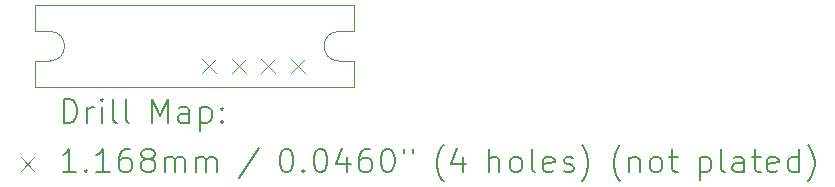
<source format=gbr>
%TF.GenerationSoftware,KiCad,Pcbnew,(7.0.0)*%
%TF.CreationDate,2023-03-31T08:50:08-07:00*%
%TF.ProjectId,bracket-led,62726163-6b65-4742-9d6c-65642e6b6963,rev?*%
%TF.SameCoordinates,Original*%
%TF.FileFunction,Drillmap*%
%TF.FilePolarity,Positive*%
%FSLAX45Y45*%
G04 Gerber Fmt 4.5, Leading zero omitted, Abs format (unit mm)*
G04 Created by KiCad (PCBNEW (7.0.0)) date 2023-03-31 08:50:08*
%MOMM*%
%LPD*%
G01*
G04 APERTURE LIST*
%ADD10C,0.100000*%
%ADD11C,0.200000*%
%ADD12C,0.116840*%
G04 APERTURE END LIST*
D10*
X5850000Y-5223476D02*
X5850000Y-5448476D01*
X5723125Y-4973476D02*
G75*
G03*
X5723125Y-5223476I0J-125000D01*
G01*
X5723125Y-5223476D02*
X5850000Y-5223476D01*
X5850000Y-5448476D02*
X3150000Y-5448476D01*
X3150000Y-4748476D02*
X3150000Y-4973476D01*
X3275000Y-5223476D02*
G75*
G03*
X3275000Y-4973476I0J125000D01*
G01*
X3150000Y-4748476D02*
X5850000Y-4748476D01*
X5850000Y-4748476D02*
X5850000Y-4973476D01*
X5723125Y-4973476D02*
X5850000Y-4973476D01*
X3275000Y-5223476D02*
X3150000Y-5223476D01*
X3150000Y-5448476D02*
X3150000Y-5223476D01*
X3275000Y-4973476D02*
X3150000Y-4973476D01*
D11*
D12*
X4564580Y-5210756D02*
X4681420Y-5327596D01*
X4681420Y-5210756D02*
X4564580Y-5327596D01*
X4818580Y-5210756D02*
X4935420Y-5327596D01*
X4935420Y-5210756D02*
X4818580Y-5327596D01*
X5064580Y-5210756D02*
X5181420Y-5327596D01*
X5181420Y-5210756D02*
X5064580Y-5327596D01*
X5318580Y-5210756D02*
X5435420Y-5327596D01*
X5435420Y-5210756D02*
X5318580Y-5327596D01*
D11*
X3392619Y-5746952D02*
X3392619Y-5546952D01*
X3392619Y-5546952D02*
X3440238Y-5546952D01*
X3440238Y-5546952D02*
X3468809Y-5556476D01*
X3468809Y-5556476D02*
X3487857Y-5575524D01*
X3487857Y-5575524D02*
X3497381Y-5594571D01*
X3497381Y-5594571D02*
X3506905Y-5632666D01*
X3506905Y-5632666D02*
X3506905Y-5661238D01*
X3506905Y-5661238D02*
X3497381Y-5699333D01*
X3497381Y-5699333D02*
X3487857Y-5718381D01*
X3487857Y-5718381D02*
X3468809Y-5737428D01*
X3468809Y-5737428D02*
X3440238Y-5746952D01*
X3440238Y-5746952D02*
X3392619Y-5746952D01*
X3592619Y-5746952D02*
X3592619Y-5613619D01*
X3592619Y-5651714D02*
X3602143Y-5632666D01*
X3602143Y-5632666D02*
X3611667Y-5623143D01*
X3611667Y-5623143D02*
X3630714Y-5613619D01*
X3630714Y-5613619D02*
X3649762Y-5613619D01*
X3716428Y-5746952D02*
X3716428Y-5613619D01*
X3716428Y-5546952D02*
X3706905Y-5556476D01*
X3706905Y-5556476D02*
X3716428Y-5566000D01*
X3716428Y-5566000D02*
X3725952Y-5556476D01*
X3725952Y-5556476D02*
X3716428Y-5546952D01*
X3716428Y-5546952D02*
X3716428Y-5566000D01*
X3840238Y-5746952D02*
X3821190Y-5737428D01*
X3821190Y-5737428D02*
X3811667Y-5718381D01*
X3811667Y-5718381D02*
X3811667Y-5546952D01*
X3945000Y-5746952D02*
X3925952Y-5737428D01*
X3925952Y-5737428D02*
X3916428Y-5718381D01*
X3916428Y-5718381D02*
X3916428Y-5546952D01*
X4141190Y-5746952D02*
X4141190Y-5546952D01*
X4141190Y-5546952D02*
X4207857Y-5689809D01*
X4207857Y-5689809D02*
X4274524Y-5546952D01*
X4274524Y-5546952D02*
X4274524Y-5746952D01*
X4455476Y-5746952D02*
X4455476Y-5642190D01*
X4455476Y-5642190D02*
X4445952Y-5623143D01*
X4445952Y-5623143D02*
X4426905Y-5613619D01*
X4426905Y-5613619D02*
X4388809Y-5613619D01*
X4388809Y-5613619D02*
X4369762Y-5623143D01*
X4455476Y-5737428D02*
X4436429Y-5746952D01*
X4436429Y-5746952D02*
X4388809Y-5746952D01*
X4388809Y-5746952D02*
X4369762Y-5737428D01*
X4369762Y-5737428D02*
X4360238Y-5718381D01*
X4360238Y-5718381D02*
X4360238Y-5699333D01*
X4360238Y-5699333D02*
X4369762Y-5680285D01*
X4369762Y-5680285D02*
X4388809Y-5670762D01*
X4388809Y-5670762D02*
X4436429Y-5670762D01*
X4436429Y-5670762D02*
X4455476Y-5661238D01*
X4550714Y-5613619D02*
X4550714Y-5813619D01*
X4550714Y-5623143D02*
X4569762Y-5613619D01*
X4569762Y-5613619D02*
X4607857Y-5613619D01*
X4607857Y-5613619D02*
X4626905Y-5623143D01*
X4626905Y-5623143D02*
X4636429Y-5632666D01*
X4636429Y-5632666D02*
X4645952Y-5651714D01*
X4645952Y-5651714D02*
X4645952Y-5708857D01*
X4645952Y-5708857D02*
X4636429Y-5727904D01*
X4636429Y-5727904D02*
X4626905Y-5737428D01*
X4626905Y-5737428D02*
X4607857Y-5746952D01*
X4607857Y-5746952D02*
X4569762Y-5746952D01*
X4569762Y-5746952D02*
X4550714Y-5737428D01*
X4731667Y-5727904D02*
X4741190Y-5737428D01*
X4741190Y-5737428D02*
X4731667Y-5746952D01*
X4731667Y-5746952D02*
X4722143Y-5737428D01*
X4722143Y-5737428D02*
X4731667Y-5727904D01*
X4731667Y-5727904D02*
X4731667Y-5746952D01*
X4731667Y-5623143D02*
X4741190Y-5632666D01*
X4741190Y-5632666D02*
X4731667Y-5642190D01*
X4731667Y-5642190D02*
X4722143Y-5632666D01*
X4722143Y-5632666D02*
X4731667Y-5623143D01*
X4731667Y-5623143D02*
X4731667Y-5642190D01*
D12*
X3028160Y-6035056D02*
X3145000Y-6151896D01*
X3145000Y-6035056D02*
X3028160Y-6151896D01*
D11*
X3497381Y-6166952D02*
X3383095Y-6166952D01*
X3440238Y-6166952D02*
X3440238Y-5966952D01*
X3440238Y-5966952D02*
X3421190Y-5995524D01*
X3421190Y-5995524D02*
X3402143Y-6014571D01*
X3402143Y-6014571D02*
X3383095Y-6024095D01*
X3583095Y-6147904D02*
X3592619Y-6157428D01*
X3592619Y-6157428D02*
X3583095Y-6166952D01*
X3583095Y-6166952D02*
X3573571Y-6157428D01*
X3573571Y-6157428D02*
X3583095Y-6147904D01*
X3583095Y-6147904D02*
X3583095Y-6166952D01*
X3783095Y-6166952D02*
X3668809Y-6166952D01*
X3725952Y-6166952D02*
X3725952Y-5966952D01*
X3725952Y-5966952D02*
X3706905Y-5995524D01*
X3706905Y-5995524D02*
X3687857Y-6014571D01*
X3687857Y-6014571D02*
X3668809Y-6024095D01*
X3954524Y-5966952D02*
X3916428Y-5966952D01*
X3916428Y-5966952D02*
X3897381Y-5976476D01*
X3897381Y-5976476D02*
X3887857Y-5986000D01*
X3887857Y-5986000D02*
X3868809Y-6014571D01*
X3868809Y-6014571D02*
X3859286Y-6052666D01*
X3859286Y-6052666D02*
X3859286Y-6128857D01*
X3859286Y-6128857D02*
X3868809Y-6147904D01*
X3868809Y-6147904D02*
X3878333Y-6157428D01*
X3878333Y-6157428D02*
X3897381Y-6166952D01*
X3897381Y-6166952D02*
X3935476Y-6166952D01*
X3935476Y-6166952D02*
X3954524Y-6157428D01*
X3954524Y-6157428D02*
X3964048Y-6147904D01*
X3964048Y-6147904D02*
X3973571Y-6128857D01*
X3973571Y-6128857D02*
X3973571Y-6081238D01*
X3973571Y-6081238D02*
X3964048Y-6062190D01*
X3964048Y-6062190D02*
X3954524Y-6052666D01*
X3954524Y-6052666D02*
X3935476Y-6043143D01*
X3935476Y-6043143D02*
X3897381Y-6043143D01*
X3897381Y-6043143D02*
X3878333Y-6052666D01*
X3878333Y-6052666D02*
X3868809Y-6062190D01*
X3868809Y-6062190D02*
X3859286Y-6081238D01*
X4087857Y-6052666D02*
X4068809Y-6043143D01*
X4068809Y-6043143D02*
X4059286Y-6033619D01*
X4059286Y-6033619D02*
X4049762Y-6014571D01*
X4049762Y-6014571D02*
X4049762Y-6005047D01*
X4049762Y-6005047D02*
X4059286Y-5986000D01*
X4059286Y-5986000D02*
X4068809Y-5976476D01*
X4068809Y-5976476D02*
X4087857Y-5966952D01*
X4087857Y-5966952D02*
X4125952Y-5966952D01*
X4125952Y-5966952D02*
X4145000Y-5976476D01*
X4145000Y-5976476D02*
X4154524Y-5986000D01*
X4154524Y-5986000D02*
X4164048Y-6005047D01*
X4164048Y-6005047D02*
X4164048Y-6014571D01*
X4164048Y-6014571D02*
X4154524Y-6033619D01*
X4154524Y-6033619D02*
X4145000Y-6043143D01*
X4145000Y-6043143D02*
X4125952Y-6052666D01*
X4125952Y-6052666D02*
X4087857Y-6052666D01*
X4087857Y-6052666D02*
X4068809Y-6062190D01*
X4068809Y-6062190D02*
X4059286Y-6071714D01*
X4059286Y-6071714D02*
X4049762Y-6090762D01*
X4049762Y-6090762D02*
X4049762Y-6128857D01*
X4049762Y-6128857D02*
X4059286Y-6147904D01*
X4059286Y-6147904D02*
X4068809Y-6157428D01*
X4068809Y-6157428D02*
X4087857Y-6166952D01*
X4087857Y-6166952D02*
X4125952Y-6166952D01*
X4125952Y-6166952D02*
X4145000Y-6157428D01*
X4145000Y-6157428D02*
X4154524Y-6147904D01*
X4154524Y-6147904D02*
X4164048Y-6128857D01*
X4164048Y-6128857D02*
X4164048Y-6090762D01*
X4164048Y-6090762D02*
X4154524Y-6071714D01*
X4154524Y-6071714D02*
X4145000Y-6062190D01*
X4145000Y-6062190D02*
X4125952Y-6052666D01*
X4249762Y-6166952D02*
X4249762Y-6033619D01*
X4249762Y-6052666D02*
X4259286Y-6043143D01*
X4259286Y-6043143D02*
X4278333Y-6033619D01*
X4278333Y-6033619D02*
X4306905Y-6033619D01*
X4306905Y-6033619D02*
X4325952Y-6043143D01*
X4325952Y-6043143D02*
X4335476Y-6062190D01*
X4335476Y-6062190D02*
X4335476Y-6166952D01*
X4335476Y-6062190D02*
X4345000Y-6043143D01*
X4345000Y-6043143D02*
X4364048Y-6033619D01*
X4364048Y-6033619D02*
X4392619Y-6033619D01*
X4392619Y-6033619D02*
X4411667Y-6043143D01*
X4411667Y-6043143D02*
X4421191Y-6062190D01*
X4421191Y-6062190D02*
X4421191Y-6166952D01*
X4516429Y-6166952D02*
X4516429Y-6033619D01*
X4516429Y-6052666D02*
X4525952Y-6043143D01*
X4525952Y-6043143D02*
X4545000Y-6033619D01*
X4545000Y-6033619D02*
X4573572Y-6033619D01*
X4573572Y-6033619D02*
X4592619Y-6043143D01*
X4592619Y-6043143D02*
X4602143Y-6062190D01*
X4602143Y-6062190D02*
X4602143Y-6166952D01*
X4602143Y-6062190D02*
X4611667Y-6043143D01*
X4611667Y-6043143D02*
X4630714Y-6033619D01*
X4630714Y-6033619D02*
X4659286Y-6033619D01*
X4659286Y-6033619D02*
X4678333Y-6043143D01*
X4678333Y-6043143D02*
X4687857Y-6062190D01*
X4687857Y-6062190D02*
X4687857Y-6166952D01*
X5045952Y-5957428D02*
X4874524Y-6214571D01*
X5270714Y-5966952D02*
X5289762Y-5966952D01*
X5289762Y-5966952D02*
X5308810Y-5976476D01*
X5308810Y-5976476D02*
X5318333Y-5986000D01*
X5318333Y-5986000D02*
X5327857Y-6005047D01*
X5327857Y-6005047D02*
X5337381Y-6043143D01*
X5337381Y-6043143D02*
X5337381Y-6090762D01*
X5337381Y-6090762D02*
X5327857Y-6128857D01*
X5327857Y-6128857D02*
X5318333Y-6147904D01*
X5318333Y-6147904D02*
X5308810Y-6157428D01*
X5308810Y-6157428D02*
X5289762Y-6166952D01*
X5289762Y-6166952D02*
X5270714Y-6166952D01*
X5270714Y-6166952D02*
X5251667Y-6157428D01*
X5251667Y-6157428D02*
X5242143Y-6147904D01*
X5242143Y-6147904D02*
X5232619Y-6128857D01*
X5232619Y-6128857D02*
X5223095Y-6090762D01*
X5223095Y-6090762D02*
X5223095Y-6043143D01*
X5223095Y-6043143D02*
X5232619Y-6005047D01*
X5232619Y-6005047D02*
X5242143Y-5986000D01*
X5242143Y-5986000D02*
X5251667Y-5976476D01*
X5251667Y-5976476D02*
X5270714Y-5966952D01*
X5423095Y-6147904D02*
X5432619Y-6157428D01*
X5432619Y-6157428D02*
X5423095Y-6166952D01*
X5423095Y-6166952D02*
X5413572Y-6157428D01*
X5413572Y-6157428D02*
X5423095Y-6147904D01*
X5423095Y-6147904D02*
X5423095Y-6166952D01*
X5556429Y-5966952D02*
X5575476Y-5966952D01*
X5575476Y-5966952D02*
X5594524Y-5976476D01*
X5594524Y-5976476D02*
X5604048Y-5986000D01*
X5604048Y-5986000D02*
X5613571Y-6005047D01*
X5613571Y-6005047D02*
X5623095Y-6043143D01*
X5623095Y-6043143D02*
X5623095Y-6090762D01*
X5623095Y-6090762D02*
X5613571Y-6128857D01*
X5613571Y-6128857D02*
X5604048Y-6147904D01*
X5604048Y-6147904D02*
X5594524Y-6157428D01*
X5594524Y-6157428D02*
X5575476Y-6166952D01*
X5575476Y-6166952D02*
X5556429Y-6166952D01*
X5556429Y-6166952D02*
X5537381Y-6157428D01*
X5537381Y-6157428D02*
X5527857Y-6147904D01*
X5527857Y-6147904D02*
X5518333Y-6128857D01*
X5518333Y-6128857D02*
X5508810Y-6090762D01*
X5508810Y-6090762D02*
X5508810Y-6043143D01*
X5508810Y-6043143D02*
X5518333Y-6005047D01*
X5518333Y-6005047D02*
X5527857Y-5986000D01*
X5527857Y-5986000D02*
X5537381Y-5976476D01*
X5537381Y-5976476D02*
X5556429Y-5966952D01*
X5794524Y-6033619D02*
X5794524Y-6166952D01*
X5746905Y-5957428D02*
X5699286Y-6100285D01*
X5699286Y-6100285D02*
X5823095Y-6100285D01*
X5985000Y-5966952D02*
X5946905Y-5966952D01*
X5946905Y-5966952D02*
X5927857Y-5976476D01*
X5927857Y-5976476D02*
X5918333Y-5986000D01*
X5918333Y-5986000D02*
X5899286Y-6014571D01*
X5899286Y-6014571D02*
X5889762Y-6052666D01*
X5889762Y-6052666D02*
X5889762Y-6128857D01*
X5889762Y-6128857D02*
X5899286Y-6147904D01*
X5899286Y-6147904D02*
X5908810Y-6157428D01*
X5908810Y-6157428D02*
X5927857Y-6166952D01*
X5927857Y-6166952D02*
X5965952Y-6166952D01*
X5965952Y-6166952D02*
X5985000Y-6157428D01*
X5985000Y-6157428D02*
X5994524Y-6147904D01*
X5994524Y-6147904D02*
X6004048Y-6128857D01*
X6004048Y-6128857D02*
X6004048Y-6081238D01*
X6004048Y-6081238D02*
X5994524Y-6062190D01*
X5994524Y-6062190D02*
X5985000Y-6052666D01*
X5985000Y-6052666D02*
X5965952Y-6043143D01*
X5965952Y-6043143D02*
X5927857Y-6043143D01*
X5927857Y-6043143D02*
X5908810Y-6052666D01*
X5908810Y-6052666D02*
X5899286Y-6062190D01*
X5899286Y-6062190D02*
X5889762Y-6081238D01*
X6127857Y-5966952D02*
X6146905Y-5966952D01*
X6146905Y-5966952D02*
X6165952Y-5976476D01*
X6165952Y-5976476D02*
X6175476Y-5986000D01*
X6175476Y-5986000D02*
X6185000Y-6005047D01*
X6185000Y-6005047D02*
X6194524Y-6043143D01*
X6194524Y-6043143D02*
X6194524Y-6090762D01*
X6194524Y-6090762D02*
X6185000Y-6128857D01*
X6185000Y-6128857D02*
X6175476Y-6147904D01*
X6175476Y-6147904D02*
X6165952Y-6157428D01*
X6165952Y-6157428D02*
X6146905Y-6166952D01*
X6146905Y-6166952D02*
X6127857Y-6166952D01*
X6127857Y-6166952D02*
X6108810Y-6157428D01*
X6108810Y-6157428D02*
X6099286Y-6147904D01*
X6099286Y-6147904D02*
X6089762Y-6128857D01*
X6089762Y-6128857D02*
X6080238Y-6090762D01*
X6080238Y-6090762D02*
X6080238Y-6043143D01*
X6080238Y-6043143D02*
X6089762Y-6005047D01*
X6089762Y-6005047D02*
X6099286Y-5986000D01*
X6099286Y-5986000D02*
X6108810Y-5976476D01*
X6108810Y-5976476D02*
X6127857Y-5966952D01*
X6270714Y-5966952D02*
X6270714Y-6005047D01*
X6346905Y-5966952D02*
X6346905Y-6005047D01*
X6609762Y-6243143D02*
X6600238Y-6233619D01*
X6600238Y-6233619D02*
X6581191Y-6205047D01*
X6581191Y-6205047D02*
X6571667Y-6186000D01*
X6571667Y-6186000D02*
X6562143Y-6157428D01*
X6562143Y-6157428D02*
X6552619Y-6109809D01*
X6552619Y-6109809D02*
X6552619Y-6071714D01*
X6552619Y-6071714D02*
X6562143Y-6024095D01*
X6562143Y-6024095D02*
X6571667Y-5995524D01*
X6571667Y-5995524D02*
X6581191Y-5976476D01*
X6581191Y-5976476D02*
X6600238Y-5947904D01*
X6600238Y-5947904D02*
X6609762Y-5938381D01*
X6771667Y-6033619D02*
X6771667Y-6166952D01*
X6724048Y-5957428D02*
X6676429Y-6100285D01*
X6676429Y-6100285D02*
X6800238Y-6100285D01*
X6996429Y-6166952D02*
X6996429Y-5966952D01*
X7082143Y-6166952D02*
X7082143Y-6062190D01*
X7082143Y-6062190D02*
X7072619Y-6043143D01*
X7072619Y-6043143D02*
X7053572Y-6033619D01*
X7053572Y-6033619D02*
X7025000Y-6033619D01*
X7025000Y-6033619D02*
X7005952Y-6043143D01*
X7005952Y-6043143D02*
X6996429Y-6052666D01*
X7205952Y-6166952D02*
X7186905Y-6157428D01*
X7186905Y-6157428D02*
X7177381Y-6147904D01*
X7177381Y-6147904D02*
X7167857Y-6128857D01*
X7167857Y-6128857D02*
X7167857Y-6071714D01*
X7167857Y-6071714D02*
X7177381Y-6052666D01*
X7177381Y-6052666D02*
X7186905Y-6043143D01*
X7186905Y-6043143D02*
X7205952Y-6033619D01*
X7205952Y-6033619D02*
X7234524Y-6033619D01*
X7234524Y-6033619D02*
X7253572Y-6043143D01*
X7253572Y-6043143D02*
X7263095Y-6052666D01*
X7263095Y-6052666D02*
X7272619Y-6071714D01*
X7272619Y-6071714D02*
X7272619Y-6128857D01*
X7272619Y-6128857D02*
X7263095Y-6147904D01*
X7263095Y-6147904D02*
X7253572Y-6157428D01*
X7253572Y-6157428D02*
X7234524Y-6166952D01*
X7234524Y-6166952D02*
X7205952Y-6166952D01*
X7386905Y-6166952D02*
X7367857Y-6157428D01*
X7367857Y-6157428D02*
X7358333Y-6138381D01*
X7358333Y-6138381D02*
X7358333Y-5966952D01*
X7539286Y-6157428D02*
X7520238Y-6166952D01*
X7520238Y-6166952D02*
X7482143Y-6166952D01*
X7482143Y-6166952D02*
X7463095Y-6157428D01*
X7463095Y-6157428D02*
X7453572Y-6138381D01*
X7453572Y-6138381D02*
X7453572Y-6062190D01*
X7453572Y-6062190D02*
X7463095Y-6043143D01*
X7463095Y-6043143D02*
X7482143Y-6033619D01*
X7482143Y-6033619D02*
X7520238Y-6033619D01*
X7520238Y-6033619D02*
X7539286Y-6043143D01*
X7539286Y-6043143D02*
X7548810Y-6062190D01*
X7548810Y-6062190D02*
X7548810Y-6081238D01*
X7548810Y-6081238D02*
X7453572Y-6100285D01*
X7625000Y-6157428D02*
X7644048Y-6166952D01*
X7644048Y-6166952D02*
X7682143Y-6166952D01*
X7682143Y-6166952D02*
X7701191Y-6157428D01*
X7701191Y-6157428D02*
X7710714Y-6138381D01*
X7710714Y-6138381D02*
X7710714Y-6128857D01*
X7710714Y-6128857D02*
X7701191Y-6109809D01*
X7701191Y-6109809D02*
X7682143Y-6100285D01*
X7682143Y-6100285D02*
X7653572Y-6100285D01*
X7653572Y-6100285D02*
X7634524Y-6090762D01*
X7634524Y-6090762D02*
X7625000Y-6071714D01*
X7625000Y-6071714D02*
X7625000Y-6062190D01*
X7625000Y-6062190D02*
X7634524Y-6043143D01*
X7634524Y-6043143D02*
X7653572Y-6033619D01*
X7653572Y-6033619D02*
X7682143Y-6033619D01*
X7682143Y-6033619D02*
X7701191Y-6043143D01*
X7777381Y-6243143D02*
X7786905Y-6233619D01*
X7786905Y-6233619D02*
X7805953Y-6205047D01*
X7805953Y-6205047D02*
X7815476Y-6186000D01*
X7815476Y-6186000D02*
X7825000Y-6157428D01*
X7825000Y-6157428D02*
X7834524Y-6109809D01*
X7834524Y-6109809D02*
X7834524Y-6071714D01*
X7834524Y-6071714D02*
X7825000Y-6024095D01*
X7825000Y-6024095D02*
X7815476Y-5995524D01*
X7815476Y-5995524D02*
X7805953Y-5976476D01*
X7805953Y-5976476D02*
X7786905Y-5947904D01*
X7786905Y-5947904D02*
X7777381Y-5938381D01*
X8106905Y-6243143D02*
X8097381Y-6233619D01*
X8097381Y-6233619D02*
X8078333Y-6205047D01*
X8078333Y-6205047D02*
X8068810Y-6186000D01*
X8068810Y-6186000D02*
X8059286Y-6157428D01*
X8059286Y-6157428D02*
X8049762Y-6109809D01*
X8049762Y-6109809D02*
X8049762Y-6071714D01*
X8049762Y-6071714D02*
X8059286Y-6024095D01*
X8059286Y-6024095D02*
X8068810Y-5995524D01*
X8068810Y-5995524D02*
X8078333Y-5976476D01*
X8078333Y-5976476D02*
X8097381Y-5947904D01*
X8097381Y-5947904D02*
X8106905Y-5938381D01*
X8183095Y-6033619D02*
X8183095Y-6166952D01*
X8183095Y-6052666D02*
X8192619Y-6043143D01*
X8192619Y-6043143D02*
X8211667Y-6033619D01*
X8211667Y-6033619D02*
X8240238Y-6033619D01*
X8240238Y-6033619D02*
X8259286Y-6043143D01*
X8259286Y-6043143D02*
X8268810Y-6062190D01*
X8268810Y-6062190D02*
X8268810Y-6166952D01*
X8392619Y-6166952D02*
X8373572Y-6157428D01*
X8373572Y-6157428D02*
X8364048Y-6147904D01*
X8364048Y-6147904D02*
X8354524Y-6128857D01*
X8354524Y-6128857D02*
X8354524Y-6071714D01*
X8354524Y-6071714D02*
X8364048Y-6052666D01*
X8364048Y-6052666D02*
X8373572Y-6043143D01*
X8373572Y-6043143D02*
X8392619Y-6033619D01*
X8392619Y-6033619D02*
X8421191Y-6033619D01*
X8421191Y-6033619D02*
X8440238Y-6043143D01*
X8440238Y-6043143D02*
X8449762Y-6052666D01*
X8449762Y-6052666D02*
X8459286Y-6071714D01*
X8459286Y-6071714D02*
X8459286Y-6128857D01*
X8459286Y-6128857D02*
X8449762Y-6147904D01*
X8449762Y-6147904D02*
X8440238Y-6157428D01*
X8440238Y-6157428D02*
X8421191Y-6166952D01*
X8421191Y-6166952D02*
X8392619Y-6166952D01*
X8516429Y-6033619D02*
X8592619Y-6033619D01*
X8545000Y-5966952D02*
X8545000Y-6138381D01*
X8545000Y-6138381D02*
X8554524Y-6157428D01*
X8554524Y-6157428D02*
X8573572Y-6166952D01*
X8573572Y-6166952D02*
X8592619Y-6166952D01*
X8779286Y-6033619D02*
X8779286Y-6233619D01*
X8779286Y-6043143D02*
X8798334Y-6033619D01*
X8798334Y-6033619D02*
X8836429Y-6033619D01*
X8836429Y-6033619D02*
X8855476Y-6043143D01*
X8855476Y-6043143D02*
X8865000Y-6052666D01*
X8865000Y-6052666D02*
X8874524Y-6071714D01*
X8874524Y-6071714D02*
X8874524Y-6128857D01*
X8874524Y-6128857D02*
X8865000Y-6147904D01*
X8865000Y-6147904D02*
X8855476Y-6157428D01*
X8855476Y-6157428D02*
X8836429Y-6166952D01*
X8836429Y-6166952D02*
X8798334Y-6166952D01*
X8798334Y-6166952D02*
X8779286Y-6157428D01*
X8988810Y-6166952D02*
X8969762Y-6157428D01*
X8969762Y-6157428D02*
X8960238Y-6138381D01*
X8960238Y-6138381D02*
X8960238Y-5966952D01*
X9150715Y-6166952D02*
X9150715Y-6062190D01*
X9150715Y-6062190D02*
X9141191Y-6043143D01*
X9141191Y-6043143D02*
X9122143Y-6033619D01*
X9122143Y-6033619D02*
X9084048Y-6033619D01*
X9084048Y-6033619D02*
X9065000Y-6043143D01*
X9150715Y-6157428D02*
X9131667Y-6166952D01*
X9131667Y-6166952D02*
X9084048Y-6166952D01*
X9084048Y-6166952D02*
X9065000Y-6157428D01*
X9065000Y-6157428D02*
X9055476Y-6138381D01*
X9055476Y-6138381D02*
X9055476Y-6119333D01*
X9055476Y-6119333D02*
X9065000Y-6100285D01*
X9065000Y-6100285D02*
X9084048Y-6090762D01*
X9084048Y-6090762D02*
X9131667Y-6090762D01*
X9131667Y-6090762D02*
X9150715Y-6081238D01*
X9217381Y-6033619D02*
X9293572Y-6033619D01*
X9245953Y-5966952D02*
X9245953Y-6138381D01*
X9245953Y-6138381D02*
X9255476Y-6157428D01*
X9255476Y-6157428D02*
X9274524Y-6166952D01*
X9274524Y-6166952D02*
X9293572Y-6166952D01*
X9436429Y-6157428D02*
X9417381Y-6166952D01*
X9417381Y-6166952D02*
X9379286Y-6166952D01*
X9379286Y-6166952D02*
X9360238Y-6157428D01*
X9360238Y-6157428D02*
X9350715Y-6138381D01*
X9350715Y-6138381D02*
X9350715Y-6062190D01*
X9350715Y-6062190D02*
X9360238Y-6043143D01*
X9360238Y-6043143D02*
X9379286Y-6033619D01*
X9379286Y-6033619D02*
X9417381Y-6033619D01*
X9417381Y-6033619D02*
X9436429Y-6043143D01*
X9436429Y-6043143D02*
X9445953Y-6062190D01*
X9445953Y-6062190D02*
X9445953Y-6081238D01*
X9445953Y-6081238D02*
X9350715Y-6100285D01*
X9617381Y-6166952D02*
X9617381Y-5966952D01*
X9617381Y-6157428D02*
X9598334Y-6166952D01*
X9598334Y-6166952D02*
X9560238Y-6166952D01*
X9560238Y-6166952D02*
X9541191Y-6157428D01*
X9541191Y-6157428D02*
X9531667Y-6147904D01*
X9531667Y-6147904D02*
X9522143Y-6128857D01*
X9522143Y-6128857D02*
X9522143Y-6071714D01*
X9522143Y-6071714D02*
X9531667Y-6052666D01*
X9531667Y-6052666D02*
X9541191Y-6043143D01*
X9541191Y-6043143D02*
X9560238Y-6033619D01*
X9560238Y-6033619D02*
X9598334Y-6033619D01*
X9598334Y-6033619D02*
X9617381Y-6043143D01*
X9693572Y-6243143D02*
X9703096Y-6233619D01*
X9703096Y-6233619D02*
X9722143Y-6205047D01*
X9722143Y-6205047D02*
X9731667Y-6186000D01*
X9731667Y-6186000D02*
X9741191Y-6157428D01*
X9741191Y-6157428D02*
X9750715Y-6109809D01*
X9750715Y-6109809D02*
X9750715Y-6071714D01*
X9750715Y-6071714D02*
X9741191Y-6024095D01*
X9741191Y-6024095D02*
X9731667Y-5995524D01*
X9731667Y-5995524D02*
X9722143Y-5976476D01*
X9722143Y-5976476D02*
X9703096Y-5947904D01*
X9703096Y-5947904D02*
X9693572Y-5938381D01*
M02*

</source>
